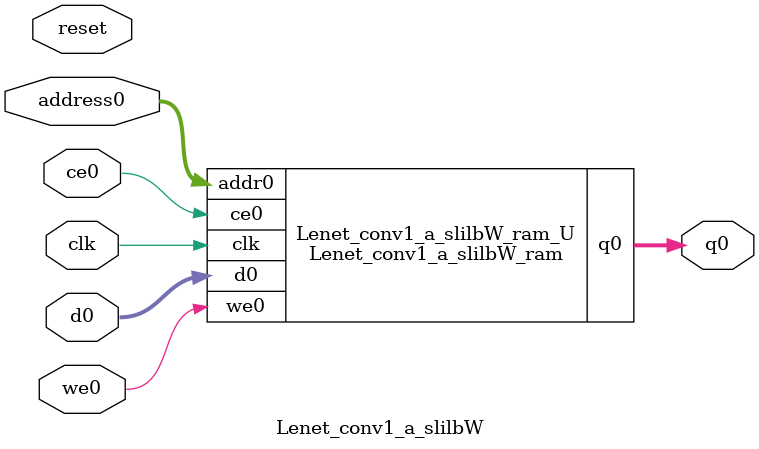
<source format=v>

`timescale 1 ns / 1 ps
module Lenet_conv1_a_slilbW_ram (addr0, ce0, d0, we0, q0,  clk);

parameter DWIDTH = 16;
parameter AWIDTH = 5;
parameter MEM_SIZE = 32;

input[AWIDTH-1:0] addr0;
input ce0;
input[DWIDTH-1:0] d0;
input we0;
output reg[DWIDTH-1:0] q0;
input clk;

(* ram_style = "distributed" *)reg [DWIDTH-1:0] ram[0:MEM_SIZE-1];




always @(posedge clk)  
begin 
    if (ce0) 
    begin
        if (we0) 
        begin 
            ram[addr0] <= d0; 
            q0 <= d0;
        end 
        else 
            q0 <= ram[addr0];
    end
end


endmodule


`timescale 1 ns / 1 ps
module Lenet_conv1_a_slilbW(
    reset,
    clk,
    address0,
    ce0,
    we0,
    d0,
    q0);

parameter DataWidth = 32'd16;
parameter AddressRange = 32'd32;
parameter AddressWidth = 32'd5;
input reset;
input clk;
input[AddressWidth - 1:0] address0;
input ce0;
input we0;
input[DataWidth - 1:0] d0;
output[DataWidth - 1:0] q0;



Lenet_conv1_a_slilbW_ram Lenet_conv1_a_slilbW_ram_U(
    .clk( clk ),
    .addr0( address0 ),
    .ce0( ce0 ),
    .we0( we0 ),
    .d0( d0 ),
    .q0( q0 ));

endmodule


</source>
